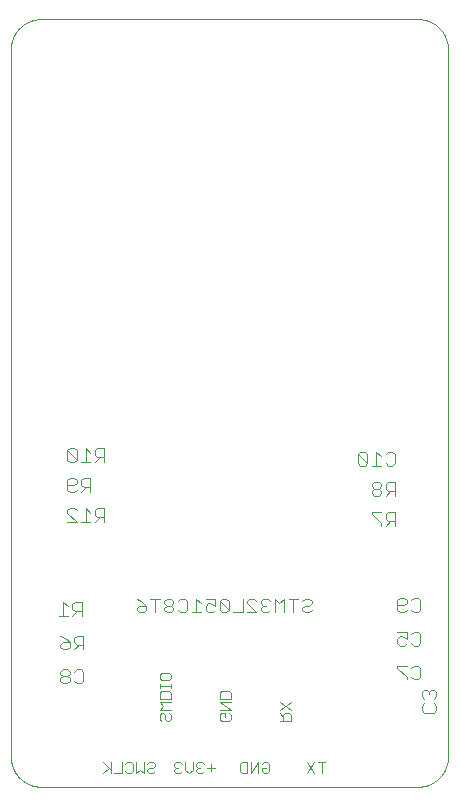
<source format=gbo>
G75*
%MOIN*%
%OFA0B0*%
%FSLAX25Y25*%
%IPPOS*%
%LPD*%
%AMOC8*
5,1,8,0,0,1.08239X$1,22.5*
%
%ADD10C,0.00000*%
%ADD11C,0.00300*%
%ADD12C,0.00400*%
D10*
X0003211Y0011500D02*
X0003211Y0247406D01*
X0003214Y0247648D01*
X0003223Y0247889D01*
X0003237Y0248130D01*
X0003258Y0248371D01*
X0003284Y0248611D01*
X0003316Y0248851D01*
X0003354Y0249090D01*
X0003397Y0249327D01*
X0003447Y0249564D01*
X0003502Y0249799D01*
X0003562Y0250033D01*
X0003629Y0250265D01*
X0003700Y0250496D01*
X0003778Y0250725D01*
X0003861Y0250952D01*
X0003949Y0251177D01*
X0004043Y0251400D01*
X0004142Y0251620D01*
X0004247Y0251838D01*
X0004356Y0252053D01*
X0004471Y0252266D01*
X0004591Y0252476D01*
X0004716Y0252682D01*
X0004846Y0252886D01*
X0004981Y0253087D01*
X0005121Y0253284D01*
X0005265Y0253478D01*
X0005414Y0253668D01*
X0005568Y0253854D01*
X0005726Y0254037D01*
X0005888Y0254216D01*
X0006055Y0254391D01*
X0006226Y0254562D01*
X0006401Y0254729D01*
X0006580Y0254891D01*
X0006763Y0255049D01*
X0006949Y0255203D01*
X0007139Y0255352D01*
X0007333Y0255496D01*
X0007530Y0255636D01*
X0007731Y0255771D01*
X0007935Y0255901D01*
X0008141Y0256026D01*
X0008351Y0256146D01*
X0008564Y0256261D01*
X0008779Y0256370D01*
X0008997Y0256475D01*
X0009217Y0256574D01*
X0009440Y0256668D01*
X0009665Y0256756D01*
X0009892Y0256839D01*
X0010121Y0256917D01*
X0010352Y0256988D01*
X0010584Y0257055D01*
X0010818Y0257115D01*
X0011053Y0257170D01*
X0011290Y0257220D01*
X0011527Y0257263D01*
X0011766Y0257301D01*
X0012006Y0257333D01*
X0012246Y0257359D01*
X0012487Y0257380D01*
X0012728Y0257394D01*
X0012969Y0257403D01*
X0013211Y0257406D01*
X0138880Y0257406D01*
X0139122Y0257403D01*
X0139363Y0257394D01*
X0139604Y0257380D01*
X0139845Y0257359D01*
X0140085Y0257333D01*
X0140325Y0257301D01*
X0140564Y0257263D01*
X0140801Y0257220D01*
X0141038Y0257170D01*
X0141273Y0257115D01*
X0141507Y0257055D01*
X0141739Y0256988D01*
X0141970Y0256917D01*
X0142199Y0256839D01*
X0142426Y0256756D01*
X0142651Y0256668D01*
X0142874Y0256574D01*
X0143094Y0256475D01*
X0143312Y0256370D01*
X0143527Y0256261D01*
X0143740Y0256146D01*
X0143950Y0256026D01*
X0144156Y0255901D01*
X0144360Y0255771D01*
X0144561Y0255636D01*
X0144758Y0255496D01*
X0144952Y0255352D01*
X0145142Y0255203D01*
X0145328Y0255049D01*
X0145511Y0254891D01*
X0145690Y0254729D01*
X0145865Y0254562D01*
X0146036Y0254391D01*
X0146203Y0254216D01*
X0146365Y0254037D01*
X0146523Y0253854D01*
X0146677Y0253668D01*
X0146826Y0253478D01*
X0146970Y0253284D01*
X0147110Y0253087D01*
X0147245Y0252886D01*
X0147375Y0252682D01*
X0147500Y0252476D01*
X0147620Y0252266D01*
X0147735Y0252053D01*
X0147844Y0251838D01*
X0147949Y0251620D01*
X0148048Y0251400D01*
X0148142Y0251177D01*
X0148230Y0250952D01*
X0148313Y0250725D01*
X0148391Y0250496D01*
X0148462Y0250265D01*
X0148529Y0250033D01*
X0148589Y0249799D01*
X0148644Y0249564D01*
X0148694Y0249327D01*
X0148737Y0249090D01*
X0148775Y0248851D01*
X0148807Y0248611D01*
X0148833Y0248371D01*
X0148854Y0248130D01*
X0148868Y0247889D01*
X0148877Y0247648D01*
X0148880Y0247406D01*
X0148880Y0011500D01*
X0148877Y0011258D01*
X0148868Y0011017D01*
X0148854Y0010776D01*
X0148833Y0010535D01*
X0148807Y0010295D01*
X0148775Y0010055D01*
X0148737Y0009816D01*
X0148694Y0009579D01*
X0148644Y0009342D01*
X0148589Y0009107D01*
X0148529Y0008873D01*
X0148462Y0008641D01*
X0148391Y0008410D01*
X0148313Y0008181D01*
X0148230Y0007954D01*
X0148142Y0007729D01*
X0148048Y0007506D01*
X0147949Y0007286D01*
X0147844Y0007068D01*
X0147735Y0006853D01*
X0147620Y0006640D01*
X0147500Y0006430D01*
X0147375Y0006224D01*
X0147245Y0006020D01*
X0147110Y0005819D01*
X0146970Y0005622D01*
X0146826Y0005428D01*
X0146677Y0005238D01*
X0146523Y0005052D01*
X0146365Y0004869D01*
X0146203Y0004690D01*
X0146036Y0004515D01*
X0145865Y0004344D01*
X0145690Y0004177D01*
X0145511Y0004015D01*
X0145328Y0003857D01*
X0145142Y0003703D01*
X0144952Y0003554D01*
X0144758Y0003410D01*
X0144561Y0003270D01*
X0144360Y0003135D01*
X0144156Y0003005D01*
X0143950Y0002880D01*
X0143740Y0002760D01*
X0143527Y0002645D01*
X0143312Y0002536D01*
X0143094Y0002431D01*
X0142874Y0002332D01*
X0142651Y0002238D01*
X0142426Y0002150D01*
X0142199Y0002067D01*
X0141970Y0001989D01*
X0141739Y0001918D01*
X0141507Y0001851D01*
X0141273Y0001791D01*
X0141038Y0001736D01*
X0140801Y0001686D01*
X0140564Y0001643D01*
X0140325Y0001605D01*
X0140085Y0001573D01*
X0139845Y0001547D01*
X0139604Y0001526D01*
X0139363Y0001512D01*
X0139122Y0001503D01*
X0138880Y0001500D01*
X0013211Y0001500D01*
X0012969Y0001503D01*
X0012728Y0001512D01*
X0012487Y0001526D01*
X0012246Y0001547D01*
X0012006Y0001573D01*
X0011766Y0001605D01*
X0011527Y0001643D01*
X0011290Y0001686D01*
X0011053Y0001736D01*
X0010818Y0001791D01*
X0010584Y0001851D01*
X0010352Y0001918D01*
X0010121Y0001989D01*
X0009892Y0002067D01*
X0009665Y0002150D01*
X0009440Y0002238D01*
X0009217Y0002332D01*
X0008997Y0002431D01*
X0008779Y0002536D01*
X0008564Y0002645D01*
X0008351Y0002760D01*
X0008141Y0002880D01*
X0007935Y0003005D01*
X0007731Y0003135D01*
X0007530Y0003270D01*
X0007333Y0003410D01*
X0007139Y0003554D01*
X0006949Y0003703D01*
X0006763Y0003857D01*
X0006580Y0004015D01*
X0006401Y0004177D01*
X0006226Y0004344D01*
X0006055Y0004515D01*
X0005888Y0004690D01*
X0005726Y0004869D01*
X0005568Y0005052D01*
X0005414Y0005238D01*
X0005265Y0005428D01*
X0005121Y0005622D01*
X0004981Y0005819D01*
X0004846Y0006020D01*
X0004716Y0006224D01*
X0004591Y0006430D01*
X0004471Y0006640D01*
X0004356Y0006853D01*
X0004247Y0007068D01*
X0004142Y0007286D01*
X0004043Y0007506D01*
X0003949Y0007729D01*
X0003861Y0007954D01*
X0003778Y0008181D01*
X0003700Y0008410D01*
X0003629Y0008641D01*
X0003562Y0008873D01*
X0003502Y0009107D01*
X0003447Y0009342D01*
X0003397Y0009579D01*
X0003354Y0009816D01*
X0003316Y0010055D01*
X0003284Y0010295D01*
X0003258Y0010535D01*
X0003237Y0010776D01*
X0003223Y0011017D01*
X0003214Y0011258D01*
X0003211Y0011500D01*
D11*
X0033985Y0009728D02*
X0036454Y0007259D01*
X0035836Y0007877D02*
X0033985Y0006025D01*
X0036454Y0006025D02*
X0036454Y0009728D01*
X0037668Y0006025D02*
X0040137Y0006025D01*
X0040137Y0009728D01*
X0041351Y0009111D02*
X0041968Y0009728D01*
X0043203Y0009728D01*
X0043820Y0009111D01*
X0043820Y0006642D01*
X0043203Y0006025D01*
X0041968Y0006025D01*
X0041351Y0006642D01*
X0045034Y0006025D02*
X0045034Y0009728D01*
X0046269Y0007259D02*
X0045034Y0006025D01*
X0046269Y0007259D02*
X0047503Y0006025D01*
X0047503Y0009728D01*
X0048717Y0009111D02*
X0049335Y0009728D01*
X0050569Y0009728D01*
X0051186Y0009111D01*
X0051186Y0008494D01*
X0050569Y0007877D01*
X0049335Y0007877D01*
X0048717Y0007259D01*
X0048717Y0006642D01*
X0049335Y0006025D01*
X0050569Y0006025D01*
X0051186Y0006642D01*
X0057668Y0006642D02*
X0058285Y0006025D01*
X0059520Y0006025D01*
X0060137Y0006642D01*
X0061351Y0007259D02*
X0061351Y0009728D01*
X0060137Y0009111D02*
X0059520Y0009728D01*
X0058285Y0009728D01*
X0057668Y0009111D01*
X0057668Y0008494D01*
X0058285Y0007877D01*
X0057668Y0007259D01*
X0057668Y0006642D01*
X0058285Y0007877D02*
X0058902Y0007877D01*
X0061351Y0007259D02*
X0062585Y0006025D01*
X0063820Y0007259D01*
X0063820Y0009728D01*
X0065034Y0009111D02*
X0065034Y0008494D01*
X0065651Y0007877D01*
X0065034Y0007259D01*
X0065034Y0006642D01*
X0065651Y0006025D01*
X0066886Y0006025D01*
X0067503Y0006642D01*
X0068717Y0007877D02*
X0071186Y0007877D01*
X0069952Y0009111D02*
X0069952Y0006642D01*
X0067503Y0009111D02*
X0066886Y0009728D01*
X0065651Y0009728D01*
X0065034Y0009111D01*
X0065651Y0007877D02*
X0066269Y0007877D01*
X0073353Y0023525D02*
X0072736Y0024142D01*
X0072736Y0025377D01*
X0073353Y0025994D01*
X0074588Y0025994D01*
X0074588Y0024759D01*
X0075822Y0023525D02*
X0073353Y0023525D01*
X0072736Y0027208D02*
X0076439Y0027208D01*
X0072736Y0029677D01*
X0076439Y0029677D01*
X0076439Y0030891D02*
X0076439Y0032743D01*
X0075822Y0033360D01*
X0073353Y0033360D01*
X0072736Y0032743D01*
X0072736Y0030891D01*
X0076439Y0030891D01*
X0075822Y0025994D02*
X0076439Y0025377D01*
X0076439Y0024142D01*
X0075822Y0023525D01*
X0080093Y0009728D02*
X0081945Y0009728D01*
X0081945Y0006025D01*
X0080093Y0006025D01*
X0079476Y0006642D01*
X0079476Y0009111D01*
X0080093Y0009728D01*
X0083159Y0009728D02*
X0083159Y0006025D01*
X0085628Y0009728D01*
X0085628Y0006025D01*
X0086842Y0006642D02*
X0086842Y0007877D01*
X0088077Y0007877D01*
X0089311Y0009111D02*
X0089311Y0006642D01*
X0088694Y0006025D01*
X0087460Y0006025D01*
X0086842Y0006642D01*
X0086842Y0009111D02*
X0087460Y0009728D01*
X0088694Y0009728D01*
X0089311Y0009111D01*
X0092736Y0023525D02*
X0096439Y0023525D01*
X0096439Y0025377D01*
X0095822Y0025994D01*
X0094588Y0025994D01*
X0093971Y0025377D01*
X0093971Y0023525D01*
X0093971Y0024759D02*
X0092736Y0025994D01*
X0092736Y0027208D02*
X0096439Y0029677D01*
X0096439Y0027208D02*
X0092736Y0029677D01*
X0101909Y0009728D02*
X0104378Y0006025D01*
X0101909Y0006025D02*
X0104378Y0009728D01*
X0105592Y0009728D02*
X0108061Y0009728D01*
X0106827Y0009728D02*
X0106827Y0006025D01*
X0056439Y0024142D02*
X0055822Y0023525D01*
X0055205Y0023525D01*
X0054588Y0024142D01*
X0054588Y0025377D01*
X0053971Y0025994D01*
X0053353Y0025994D01*
X0052736Y0025377D01*
X0052736Y0024142D01*
X0053353Y0023525D01*
X0052736Y0027208D02*
X0053971Y0028443D01*
X0052736Y0029677D01*
X0056439Y0029677D01*
X0056439Y0030891D02*
X0056439Y0032743D01*
X0055822Y0033360D01*
X0053353Y0033360D01*
X0052736Y0032743D01*
X0052736Y0030891D01*
X0056439Y0030891D01*
X0056439Y0027208D02*
X0052736Y0027208D01*
X0055822Y0025994D02*
X0056439Y0025377D01*
X0056439Y0024142D01*
X0056439Y0034574D02*
X0056439Y0035809D01*
X0056439Y0035192D02*
X0052736Y0035192D01*
X0052736Y0035809D02*
X0052736Y0034574D01*
X0053353Y0037030D02*
X0052736Y0037647D01*
X0052736Y0038881D01*
X0053353Y0039499D01*
X0055822Y0039499D01*
X0056439Y0038881D01*
X0056439Y0037647D01*
X0055822Y0037030D01*
X0053353Y0037030D01*
D12*
X0055089Y0059619D02*
X0056623Y0059619D01*
X0057391Y0060386D01*
X0057391Y0061153D01*
X0056623Y0061921D01*
X0055089Y0061921D01*
X0054321Y0061153D01*
X0054321Y0060386D01*
X0055089Y0059619D01*
X0055089Y0061921D02*
X0054321Y0062688D01*
X0054321Y0063455D01*
X0055089Y0064223D01*
X0056623Y0064223D01*
X0057391Y0063455D01*
X0057391Y0062688D01*
X0056623Y0061921D01*
X0058925Y0063455D02*
X0059693Y0064223D01*
X0061227Y0064223D01*
X0061995Y0063455D01*
X0061995Y0060386D01*
X0061227Y0059619D01*
X0059693Y0059619D01*
X0058925Y0060386D01*
X0063529Y0059619D02*
X0066599Y0059619D01*
X0065064Y0059619D02*
X0065064Y0064223D01*
X0066599Y0062688D01*
X0068133Y0061921D02*
X0068133Y0060386D01*
X0068900Y0059619D01*
X0070435Y0059619D01*
X0071202Y0060386D01*
X0071202Y0061921D02*
X0069668Y0062688D01*
X0068900Y0062688D01*
X0068133Y0061921D01*
X0068133Y0064223D02*
X0071202Y0064223D01*
X0071202Y0061921D01*
X0072737Y0063455D02*
X0075806Y0060386D01*
X0075039Y0059619D01*
X0073504Y0059619D01*
X0072737Y0060386D01*
X0072737Y0063455D01*
X0073504Y0064223D01*
X0075039Y0064223D01*
X0075806Y0063455D01*
X0075806Y0060386D01*
X0077341Y0059619D02*
X0080410Y0059619D01*
X0080410Y0064223D01*
X0081945Y0063455D02*
X0081945Y0062688D01*
X0085014Y0059619D01*
X0081945Y0059619D01*
X0081945Y0063455D02*
X0082712Y0064223D01*
X0084247Y0064223D01*
X0085014Y0063455D01*
X0086549Y0063455D02*
X0086549Y0062688D01*
X0087316Y0061921D01*
X0086549Y0061153D01*
X0086549Y0060386D01*
X0087316Y0059619D01*
X0088851Y0059619D01*
X0089618Y0060386D01*
X0091153Y0059619D02*
X0091153Y0064223D01*
X0092687Y0062688D01*
X0094222Y0064223D01*
X0094222Y0059619D01*
X0097291Y0059619D02*
X0097291Y0064223D01*
X0095757Y0064223D02*
X0098826Y0064223D01*
X0100361Y0063455D02*
X0101128Y0064223D01*
X0102663Y0064223D01*
X0103430Y0063455D01*
X0103430Y0062688D01*
X0102663Y0061921D01*
X0101128Y0061921D01*
X0100361Y0061153D01*
X0100361Y0060386D01*
X0101128Y0059619D01*
X0102663Y0059619D01*
X0103430Y0060386D01*
X0089618Y0063455D02*
X0088851Y0064223D01*
X0087316Y0064223D01*
X0086549Y0063455D01*
X0087316Y0061921D02*
X0088084Y0061921D01*
X0119626Y0108575D02*
X0118859Y0109342D01*
X0118859Y0112412D01*
X0121928Y0109342D01*
X0121161Y0108575D01*
X0119626Y0108575D01*
X0121928Y0109342D02*
X0121928Y0112412D01*
X0121161Y0113179D01*
X0119626Y0113179D01*
X0118859Y0112412D01*
X0123463Y0108575D02*
X0126532Y0108575D01*
X0124998Y0108575D02*
X0124998Y0113179D01*
X0126532Y0111644D01*
X0128067Y0112412D02*
X0128834Y0113179D01*
X0130369Y0113179D01*
X0131136Y0112412D01*
X0131136Y0109342D01*
X0130369Y0108575D01*
X0128834Y0108575D01*
X0128067Y0109342D01*
X0128834Y0103179D02*
X0128067Y0102412D01*
X0128067Y0100877D01*
X0128834Y0100110D01*
X0131136Y0100110D01*
X0129602Y0100110D02*
X0128067Y0098575D01*
X0126532Y0099342D02*
X0126532Y0100110D01*
X0125765Y0100877D01*
X0124230Y0100877D01*
X0123463Y0100110D01*
X0123463Y0099342D01*
X0124230Y0098575D01*
X0125765Y0098575D01*
X0126532Y0099342D01*
X0125765Y0100877D02*
X0126532Y0101644D01*
X0126532Y0102412D01*
X0125765Y0103179D01*
X0124230Y0103179D01*
X0123463Y0102412D01*
X0123463Y0101644D01*
X0124230Y0100877D01*
X0128834Y0103179D02*
X0131136Y0103179D01*
X0131136Y0098575D01*
X0131136Y0093179D02*
X0128834Y0093179D01*
X0128067Y0092412D01*
X0128067Y0090877D01*
X0128834Y0090110D01*
X0131136Y0090110D01*
X0129602Y0090110D02*
X0128067Y0088575D01*
X0126532Y0088575D02*
X0126532Y0089342D01*
X0123463Y0092412D01*
X0123463Y0093179D01*
X0126532Y0093179D01*
X0131136Y0093179D02*
X0131136Y0088575D01*
X0132813Y0064429D02*
X0134348Y0064429D01*
X0135115Y0063662D01*
X0135115Y0062894D01*
X0134348Y0062127D01*
X0132046Y0062127D01*
X0132046Y0060592D02*
X0132046Y0063662D01*
X0132813Y0064429D01*
X0132046Y0060592D02*
X0132813Y0059825D01*
X0134348Y0059825D01*
X0135115Y0060592D01*
X0136650Y0060592D02*
X0137417Y0059825D01*
X0138952Y0059825D01*
X0139719Y0060592D01*
X0139719Y0063662D01*
X0138952Y0064429D01*
X0137417Y0064429D01*
X0136650Y0063662D01*
X0137417Y0053179D02*
X0136650Y0052412D01*
X0137417Y0053179D02*
X0138952Y0053179D01*
X0139719Y0052412D01*
X0139719Y0049342D01*
X0138952Y0048575D01*
X0137417Y0048575D01*
X0136650Y0049342D01*
X0135115Y0049342D02*
X0134348Y0048575D01*
X0132813Y0048575D01*
X0132046Y0049342D01*
X0132046Y0050877D01*
X0132813Y0051644D01*
X0133580Y0051644D01*
X0135115Y0050877D01*
X0135115Y0053179D01*
X0132046Y0053179D01*
X0132046Y0041929D02*
X0132046Y0041162D01*
X0135115Y0038092D01*
X0135115Y0037325D01*
X0136650Y0038092D02*
X0137417Y0037325D01*
X0138952Y0037325D01*
X0139719Y0038092D01*
X0139719Y0041162D01*
X0138952Y0041929D01*
X0137417Y0041929D01*
X0136650Y0041162D01*
X0135115Y0041929D02*
X0132046Y0041929D01*
X0140286Y0033148D02*
X0140286Y0031613D01*
X0141053Y0030846D01*
X0141053Y0029311D02*
X0140286Y0028544D01*
X0140286Y0027009D01*
X0141053Y0026242D01*
X0144123Y0026242D01*
X0144890Y0027009D01*
X0144890Y0028544D01*
X0144123Y0029311D01*
X0144123Y0030846D02*
X0144890Y0031613D01*
X0144890Y0033148D01*
X0144123Y0033915D01*
X0143355Y0033915D01*
X0142588Y0033148D01*
X0141821Y0033915D01*
X0141053Y0033915D01*
X0140286Y0033148D01*
X0142588Y0033148D02*
X0142588Y0032381D01*
X0052787Y0064223D02*
X0049717Y0064223D01*
X0051252Y0064223D02*
X0051252Y0059619D01*
X0048183Y0060386D02*
X0047416Y0059619D01*
X0045881Y0059619D01*
X0045114Y0060386D01*
X0045114Y0061153D01*
X0045881Y0061921D01*
X0048183Y0061921D01*
X0048183Y0060386D01*
X0048183Y0061921D02*
X0046648Y0063455D01*
X0045114Y0064223D01*
X0034323Y0089825D02*
X0034323Y0094429D01*
X0032021Y0094429D01*
X0031254Y0093662D01*
X0031254Y0092127D01*
X0032021Y0091360D01*
X0034323Y0091360D01*
X0032788Y0091360D02*
X0031254Y0089825D01*
X0029719Y0089825D02*
X0026650Y0089825D01*
X0028184Y0089825D02*
X0028184Y0094429D01*
X0029719Y0092894D01*
X0025115Y0093662D02*
X0024348Y0094429D01*
X0022813Y0094429D01*
X0022046Y0093662D01*
X0022046Y0092894D01*
X0025115Y0089825D01*
X0022046Y0089825D01*
X0022813Y0099825D02*
X0022046Y0100592D01*
X0022046Y0103662D01*
X0022813Y0104429D01*
X0024348Y0104429D01*
X0025115Y0103662D01*
X0025115Y0102894D01*
X0024348Y0102127D01*
X0022046Y0102127D01*
X0022813Y0099825D02*
X0024348Y0099825D01*
X0025115Y0100592D01*
X0026650Y0099825D02*
X0028184Y0101360D01*
X0027417Y0101360D02*
X0029719Y0101360D01*
X0029719Y0099825D02*
X0029719Y0104429D01*
X0027417Y0104429D01*
X0026650Y0103662D01*
X0026650Y0102127D01*
X0027417Y0101360D01*
X0026650Y0109825D02*
X0029719Y0109825D01*
X0028184Y0109825D02*
X0028184Y0114429D01*
X0029719Y0112894D01*
X0031254Y0112127D02*
X0032021Y0111360D01*
X0034323Y0111360D01*
X0032788Y0111360D02*
X0031254Y0109825D01*
X0031254Y0112127D02*
X0031254Y0113662D01*
X0032021Y0114429D01*
X0034323Y0114429D01*
X0034323Y0109825D01*
X0025115Y0110592D02*
X0022046Y0113662D01*
X0022046Y0110592D01*
X0022813Y0109825D01*
X0024348Y0109825D01*
X0025115Y0110592D01*
X0025115Y0113662D01*
X0024348Y0114429D01*
X0022813Y0114429D01*
X0022046Y0113662D01*
X0020623Y0063179D02*
X0020623Y0058575D01*
X0022157Y0058575D02*
X0019088Y0058575D01*
X0022157Y0061644D02*
X0020623Y0063179D01*
X0023692Y0062412D02*
X0023692Y0060877D01*
X0024459Y0060110D01*
X0026761Y0060110D01*
X0025227Y0060110D02*
X0023692Y0058575D01*
X0023692Y0062412D02*
X0024459Y0063179D01*
X0026761Y0063179D01*
X0026761Y0058575D01*
X0027386Y0051929D02*
X0025084Y0051929D01*
X0024317Y0051162D01*
X0024317Y0049627D01*
X0025084Y0048860D01*
X0027386Y0048860D01*
X0025852Y0048860D02*
X0024317Y0047325D01*
X0022782Y0048092D02*
X0022782Y0049627D01*
X0020480Y0049627D01*
X0019713Y0048860D01*
X0019713Y0048092D01*
X0020480Y0047325D01*
X0022015Y0047325D01*
X0022782Y0048092D01*
X0022782Y0049627D02*
X0021248Y0051162D01*
X0019713Y0051929D01*
X0020480Y0040679D02*
X0019713Y0039912D01*
X0019713Y0039144D01*
X0020480Y0038377D01*
X0022015Y0038377D01*
X0022782Y0039144D01*
X0022782Y0039912D01*
X0022015Y0040679D01*
X0020480Y0040679D01*
X0020480Y0038377D02*
X0019713Y0037610D01*
X0019713Y0036842D01*
X0020480Y0036075D01*
X0022015Y0036075D01*
X0022782Y0036842D01*
X0022782Y0037610D01*
X0022015Y0038377D01*
X0024317Y0039912D02*
X0025084Y0040679D01*
X0026619Y0040679D01*
X0027386Y0039912D01*
X0027386Y0036842D01*
X0026619Y0036075D01*
X0025084Y0036075D01*
X0024317Y0036842D01*
X0027386Y0047325D02*
X0027386Y0051929D01*
M02*

</source>
